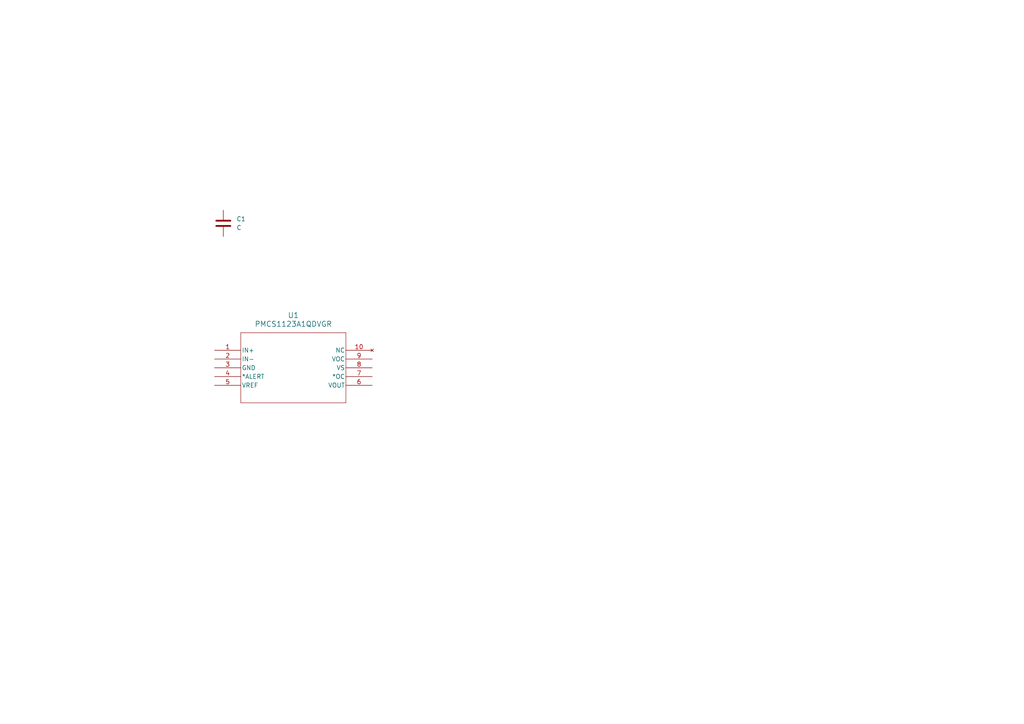
<source format=kicad_sch>
(kicad_sch (version 20231120) (generator "eeschema") (generator_version "8.0")
  (paper "A4")
  (lib_symbols
    (symbol "Device:C" (pin_numbers hide) (pin_names (offset 0.254))
      (property "Reference" "C" (at 0.635 2.54 0))
      (property "Value" "C" (at 0.635 -2.54 0))
      (symbol "C_0_1"
        (polyline (pts (xy -2.032 -0.762) (xy 2.032 -0.762)) (stroke (width 0.508)))
        (polyline (pts (xy -2.032 0.762) (xy 2.032 0.762)) (stroke (width 0.508)))
      )
      (symbol "C_1_1"
        (pin passive line (at 0 3.81 270) (length 2.794) (name "~") (number "1"))
        (pin passive line (at 0 -3.81 90) (length 2.794) (name "~") (number "2"))
      )
    )
    (symbol "TMCS1123A1A:PMCS1123A1QDVGR" (pin_names (offset 0.254))
      (property "Reference" "U" (at 22.86 10.16 0))
      (property "Value" "PMCS1123A1QDVGR" (at 22.86 7.62 0))
      (symbol "PMCS1123A1QDVGR_0_1"
        (polyline (pts (xy 7.62 -15.24) (xy 38.1 -15.24)) (stroke (width 0.127)))
        (polyline (pts (xy 7.62 5.08) (xy 7.62 -15.24)) (stroke (width 0.127)))
        (polyline (pts (xy 38.1 -15.24) (xy 38.1 5.08)) (stroke (width 0.127)))
        (polyline (pts (xy 38.1 5.08) (xy 7.62 5.08)) (stroke (width 0.127)))
        (pin input line (at 0 0 0) (length 7.62) (name "IN+") (number "1"))
        (pin no_connect line (at 45.72 0 180) (length 7.62) (name "NC") (number "10"))
        (pin input line (at 0 -2.54 0) (length 7.62) (name "IN-") (number "2"))
        (pin power_out line (at 0 -5.08 0) (length 7.62) (name "GND") (number "3"))
        (pin output line (at 0 -7.62 0) (length 7.62) (name "*ALERT") (number "4"))
        (pin power_in line (at 0 -10.16 0) (length 7.62) (name "VREF") (number "5"))
        (pin output line (at 45.72 -10.16 180) (length 7.62) (name "VOUT") (number "6"))
        (pin output line (at 45.72 -7.62 180) (length 7.62) (name "*OC") (number "7"))
        (pin unspecified line (at 45.72 -5.08 180) (length 7.62) (name "VS") (number "8"))
        (pin input line (at 45.72 -2.54 180) (length 7.62) (name "VOC") (number "9"))
      )
    )
  )
  (symbol (lib_id "TMCS1123A1A:PMCS1123A1QDVGR") (at 62.23 101.6 0) (unit 1)
    (property "Reference" "U1" (at 85.09 91.44 0) (effects (font (size 1.524 1.524))))
    (property "Value" "PMCS1123A1QDVGR" (at 85.09 93.98 0) (effects (font (size 1.524 1.524))))
    (property "Footprint" "SOIC10_DVG_TEX" (effects (hide yes)))
    (property "Datasheet" "PMCS1123A1QDVGR" (effects (hide yes)))
  )
  (symbol (lib_id "Device:C") (at 64.77 64.77 0) (unit 1)
    (property "Reference" "C1" (at 68.58 63.4999 0) (effects (justify left)))
    (property "Value" "C" (at 68.58 66.0399 0) (effects (justify left)))
    (property "Description" "Unpolarized capacitor" (effects (hide yes)))
  )
)
</source>
